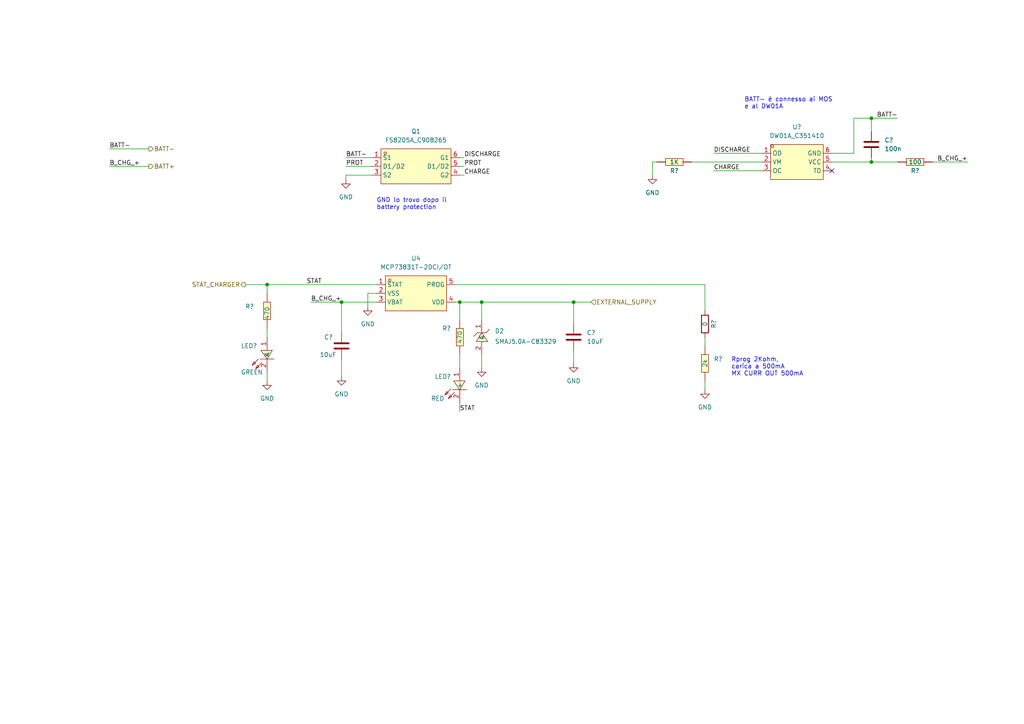
<source format=kicad_sch>
(kicad_sch (version 20250114) (generator "eeschema") (generator_version "9.0")
  (paper "A4")
  (lib_symbols
    (symbol "Device:C" (pin_numbers (hide yes)) (pin_names (offset 0.254))
      (property "Reference" "C" (at 0.635 2.54 0))
      (property "Value" "C" (at 0.635 -2.54 0))
      (symbol "C_0_1"
        (polyline (pts (xy -2.032 0.762) (xy 2.032 0.762)) (stroke (width 0.508)))
        (polyline (pts (xy -2.032 -0.762) (xy 2.032 -0.762)) (stroke (width 0.508)))
      )
      (symbol "C_1_1"
        (pin passive line (at 0 3.81 270) (length 2.794) (name "~") (number "1"))
        (pin passive line (at 0 -3.81 90) (length 2.794) (name "~") (number "2"))
      )
    )
    (symbol "Device:R" (pin_numbers (hide yes)) (pin_names (offset 0))
      (property "Reference" "R" (at 2.032 0 90))
      (property "Value" "R" (at 0 0 90))
      (symbol "R_0_1"
        (rectangle (start -1.016 -2.54) (end 1.016 2.54) (stroke (width 0.254)))
      )
      (symbol "R_1_1"
        (pin passive line (at 0 3.81 270) (length 1.27) (name "~") (number "1"))
        (pin passive line (at 0 -3.81 90) (length 1.27) (name "~") (number "2"))
      )
    )
    (symbol "PCM_4ms_Power-symbol:GND" (power) (pin_names (offset 0))
      (property "Value" "GND" (at 0 -3.81 0))
      (symbol "GND_0_1"
        (polyline (pts (xy 0 0) (xy 0 -1.27) (xy 1.27 -1.27) (xy 0 -2.54) (xy -1.27 -1.27) (xy 0 -1.27)))
      )
      (symbol "GND_1_1"
        (pin power_in line (at 0 0 270) (length 0) (hide yes) (name "GND") (number "1"))
      )
    )
    (symbol "easyeda2kicad:FS8205A_C908265"
      (property "Reference" "Q" (at 0 7.62 0))
      (property "Value" "FS8205A_C908265" (at 0 -7.62 0))
      (symbol "FS8205A_C908265_0_1"
        (rectangle (start -10.16 5.08) (end 10.16 -5.08) (fill (type background)))
        (circle (center -8.89 3.81) (radius 0.38))
        (pin unspecified line (at -12.7 2.54 0) (length 2.54) (name "S1") (number "1"))
        (pin unspecified line (at -12.7 0 0) (length 2.54) (name "D1/D2") (number "2"))
        (pin unspecified line (at -12.7 -2.54 0) (length 2.54) (name "S2") (number "3"))
        (pin unspecified line (at 12.7 2.54 180) (length 2.54) (name "G1") (number "6"))
        (pin unspecified line (at 12.7 0 180) (length 2.54) (name "D1/D2") (number "5"))
        (pin unspecified line (at 12.7 -2.54 180) (length 2.54) (name "G2") (number "4"))
      )
    )
    (symbol "easyeda2kicad:MCP73831T-2DCI_OT"
      (property "Reference" "U" (at 0 7.62 0))
      (property "Value" "MCP73831T-2DCI/OT" (at 0 -7.62 0))
      (symbol "MCP73831T-2DCI_OT_0_1"
        (rectangle (start -8.89 5.08) (end 8.89 -5.08) (fill (type background)))
        (circle (center -7.62 3.81) (radius 0.38))
        (pin unspecified line (at -11.43 2.54 0) (length 2.54) (name "STAT") (number "1"))
        (pin unspecified line (at -11.43 0 0) (length 2.54) (name "VSS") (number "2"))
        (pin unspecified line (at -11.43 -2.54 0) (length 2.54) (name "VBAT") (number "3"))
        (pin unspecified line (at 11.43 2.54 180) (length 2.54) (name "PROG") (number "5"))
        (pin unspecified line (at 11.43 -2.54 180) (length 2.54) (name "VDD") (number "4"))
      )
    )
    (symbol "easyeda2kicad:SMAJ5.0A-C83329"
      (property "Reference" "D" (at 0 5.08 0))
      (property "Value" "SMAJ5.0A-C83329" (at 0 -5.08 0))
      (symbol "SMAJ5.0A-C83329_0_1"
        (polyline (pts (xy -3.56 2.29) (xy -2.54 1.27) (xy -2.54 -1.27) (xy -1.52 -2.29)))
        (polyline (pts (xy 0 -1.52) (xy -2.54 0) (xy 0 1.78) (xy 0 -1.52)) (fill (type background)))
        (pin unspecified line (at -6.35 0 0) (length 3.81) (name "C") (number "1"))
        (pin unspecified line (at 3.81 0 180) (length 3.81) (name "A") (number "2"))
      )
    )
    (symbol "jlcpcb_parts:0603WAF0000T5E" (pin_numbers (hide yes)) (pin_names (hide yes))
      (property "Reference" "R" (at 0 5.08 0))
      (property "Value" "0603WAF0000T5E" (at 0 -5.08 0))
      (symbol "0603WAF0000T5E_0_1"
        (rectangle (start -2.54 1.02) (end 2.54 -1.02) (fill (type background)))
        (pin input line (at -5.08 0 0) (length 2.54) (name "1") (number "1"))
        (pin input line (at 5.08 0 180) (length 2.54) (name "2") (number "2"))
      )
    )
    (symbol "jlcpcb_parts:0805G(Green)"
      (property "Reference" "LED" (at 0 5.08 0))
      (property "Value" "0805G (Green)" (at 0 -5.08 0))
      (symbol "0805G(Green)_0_1"
        (polyline (pts (xy -4.06 3.3) (xy -3.05 2.79) (xy -3.56 2.29) (xy -4.06 3.3)) (fill (type background)))
        (polyline (pts (xy -3.05 4.32) (xy -2.03 3.81) (xy -2.54 3.3) (xy -3.05 4.32)) (fill (type background)))
        (polyline (pts (xy -2.29 1.52) (xy -4.06 3.3)))
        (polyline (pts (xy -1.27 2.54) (xy -3.05 4.32)))
        (polyline (pts (xy -1.27 2.03) (xy -1.27 -2.03)))
        (polyline (pts (xy 1.27 -1.52) (xy -1.27 0) (xy 1.27 1.78) (xy 1.27 -1.52)) (fill (type background)))
        (pin unspecified line (at -5.08 0 0) (length 3.81) (name "K") (number "2"))
        (pin unspecified line (at 5.08 0 180) (length 3.81) (name "A") (number "1"))
      )
    )
    (symbol "jlcpcb_parts:DW01A_C351410"
      (property "Reference" "U" (at 0 7.62 0))
      (property "Value" "DW01A_C351410" (at 0 -7.62 0))
      (symbol "DW01A_C351410_0_1"
        (rectangle (start -7.62 5.08) (end 7.62 -5.08) (fill (type background)))
        (circle (center -7.11 4.57) (radius 0.38))
        (pin unspecified line (at -10.16 2.54 0) (length 2.54) (name "OD") (number "1"))
        (pin unspecified line (at -10.16 0 0) (length 2.54) (name "VM") (number "2"))
        (pin unspecified line (at -10.16 -2.54 0) (length 2.54) (name "OC") (number "3"))
        (pin unspecified line (at 10.16 2.54 180) (length 2.54) (name "GND") (number "6"))
        (pin unspecified line (at 10.16 0 180) (length 2.54) (name "VCC") (number "5"))
        (pin unspecified line (at 10.16 -2.54 180) (length 2.54) (name "TD") (number "4"))
      )
    )
    (symbol "jlcpcb_parts:FC-2012HRK-620D"
      (property "Reference" "LED8" (at 2.54 2.54 90))
      (property "Value" "RED" (at -3.81 4.445 90))
      (symbol "FC-2012HRK-620D_0_1"
        (polyline (pts (xy -3.81 3.3) (xy -2.79 2.79) (xy -3.3 2.29) (xy -3.81 3.3)) (fill (type background)))
        (polyline (pts (xy -2.79 4.32) (xy -1.78 3.81) (xy -2.29 3.3) (xy -2.79 4.32)) (fill (type background)))
        (polyline (pts (xy -2.03 1.52) (xy -3.81 3.3)))
        (polyline (pts (xy -1.27 2.03) (xy -1.27 -2.03)))
        (polyline (pts (xy -1.02 2.54) (xy -2.79 4.32)))
        (polyline (pts (xy 1.27 -1.52) (xy -1.27 0) (xy 1.27 1.78) (xy 1.27 -1.52)) (fill (type background)))
      )
      (symbol "FC-2012HRK-620D_1_1"
        (pin unspecified line (at -5.08 0 0) (length 3.81) (name "-") (number "2"))
        (pin unspecified line (at 5.08 0 180) (length 3.81) (name "+") (number "1"))
      )
    )
  )
  (text "Rprog 2Kohm, \ncarica a 500mA\nMX CURR OUT 500mA\n" (at 212.09 109.22 0) (effects (font (size 1.27 1.27)) (justify left bottom)))
  (text "GND lo trovo dopo il \nbattery protection" (at 109.22 60.96 0) (effects (font (size 1.27 1.27)) (justify left bottom)))
  (text "BATT- è connesso ai MOS\ne al DW01A\n" (at 215.9 31.75 0) (effects (font (size 1.27 1.27)) (justify left bottom)))
  (junction (at 252.73 34.29))
  (junction (at 166.37 87.63))
  (junction (at 77.47 82.55))
  (junction (at 133.35 87.63))
  (junction (at 139.7 87.63))
  (junction (at 99.06 87.63))
  (junction (at 252.73 46.99))
  (no_connect (at 241.3 49.53))
  (wire (pts (xy 132.08 82.55) (xy 204.47 82.55)))
  (wire (pts (xy 77.47 95.25) (xy 77.47 97.79)))
  (wire (pts (xy 109.22 85.09) (xy 106.68 85.09)))
  (wire (pts (xy 252.73 34.29) (xy 252.73 38.1)))
  (wire (pts (xy 139.7 102.87) (xy 139.7 106.68)))
  (wire (pts (xy 133.35 102.87) (xy 133.35 106.68)))
  (wire (pts (xy 189.23 46.99) (xy 189.23 50.8)))
  (wire (pts (xy 200.66 46.99) (xy 220.98 46.99)))
  (wire (pts (xy 247.65 44.45) (xy 247.65 34.29)))
  (wire (pts (xy 189.23 46.99) (xy 190.5 46.99)))
  (wire (pts (xy 99.06 87.63) (xy 99.06 96.52)))
  (wire (pts (xy 204.47 82.55) (xy 204.47 90.17)))
  (wire (pts (xy 99.06 87.63) (xy 109.22 87.63)))
  (wire (pts (xy 241.3 44.45) (xy 247.65 44.45)))
  (wire (pts (xy 100.33 45.72) (xy 107.95 45.72)))
  (wire (pts (xy 100.33 50.8) (xy 100.33 52.07)))
  (wire (pts (xy 77.47 82.55) (xy 77.47 85.09)))
  (wire (pts (xy 252.73 45.72) (xy 252.73 46.99)))
  (wire (pts (xy 77.47 82.55) (xy 109.22 82.55)))
  (wire (pts (xy 106.68 85.09) (xy 106.68 88.9)))
  (wire (pts (xy 99.06 104.14) (xy 99.06 109.22)))
  (wire (pts (xy 90.17 87.63) (xy 99.06 87.63)))
  (wire (pts (xy 252.73 34.29) (xy 260.35 34.29)))
  (wire (pts (xy 133.35 116.84) (xy 133.35 119.38)))
  (wire (pts (xy 133.35 48.26) (xy 134.62 48.26)))
  (wire (pts (xy 107.95 50.8) (xy 100.33 50.8)))
  (wire (pts (xy 166.37 93.98) (xy 166.37 87.63)))
  (wire (pts (xy 31.75 48.26) (xy 43.18 48.26)))
  (wire (pts (xy 31.75 43.18) (xy 43.18 43.18)))
  (wire (pts (xy 133.35 92.71) (xy 133.35 87.63)))
  (wire (pts (xy 207.01 44.45) (xy 220.98 44.45)))
  (wire (pts (xy 204.47 97.79) (xy 204.47 100.33)))
  (wire (pts (xy 133.35 45.72) (xy 134.62 45.72)))
  (wire (pts (xy 204.47 110.49) (xy 204.47 113.03)))
  (wire (pts (xy 133.35 87.63) (xy 139.7 87.63)))
  (wire (pts (xy 133.35 50.8) (xy 134.62 50.8)))
  (wire (pts (xy 166.37 87.63) (xy 171.45 87.63)))
  (wire (pts (xy 241.3 46.99) (xy 252.73 46.99)))
  (wire (pts (xy 207.01 49.53) (xy 220.98 49.53)))
  (wire (pts (xy 71.12 82.55) (xy 77.47 82.55)))
  (wire (pts (xy 139.7 92.71) (xy 139.7 87.63)))
  (wire (pts (xy 132.08 87.63) (xy 133.35 87.63)))
  (wire (pts (xy 77.47 107.95) (xy 77.47 110.49)))
  (wire (pts (xy 166.37 101.6) (xy 166.37 105.41)))
  (wire (pts (xy 280.67 46.99) (xy 270.51 46.99)))
  (wire (pts (xy 100.33 48.26) (xy 107.95 48.26)))
  (wire (pts (xy 139.7 87.63) (xy 166.37 87.63)))
  (wire (pts (xy 247.65 34.29) (xy 252.73 34.29)))
  (wire (pts (xy 252.73 46.99) (xy 260.35 46.99)))
  (label "STAT" (at 88.9 82.55 0))
  (label "B_CHG_+" (at 280.67 46.99 180))
  (label "BATT-" (at 31.75 43.18 0))
  (label "PROT" (at 134.62 48.26 0))
  (label "CHARGE" (at 207.01 49.53 0))
  (label "STAT" (at 133.35 119.38 0))
  (label "B_CHG_+" (at 90.17 87.63 0))
  (label "CHARGE" (at 134.62 50.8 0))
  (label "BATT-" (at 100.33 45.72 0))
  (label "PROT" (at 100.33 48.26 0))
  (label "BATT-" (at 260.35 34.29 180))
  (label "B_CHG_+" (at 31.75 48.26 0))
  (label "DISCHARGE" (at 207.01 44.45 0))
  (label "DISCHARGE" (at 134.62 45.72 0))
  (hierarchical_label "BATT+" (shape output) (at 43.18 48.26 0))
  (hierarchical_label "EXTERNAL_SUPPLY" (shape input) (at 171.45 87.63 0))
  (hierarchical_label "STAT_CHARGER" (shape output) (at 71.12 82.55 180))
  (hierarchical_label "BATT-" (shape output) (at 43.18 43.18 0))
  (symbol (lib_id "Device:C") (at 252.73 41.91 0) (unit 1)
    (property "Reference" "C22" (at 256.54 40.64 0) (effects (justify left)))
    (property "Value" "100n" (at 256.54 43.18 0) (effects (justify left)))
    (property "Footprint" "easyeda2kicad:C0603" (effects (hide yes)))
    (property "LSCS part" "C14663" (effects (hide yes)))
    (instances (project "aives_touch_sense_v1" (path "" (reference "C?") (unit 1))) (project "SeatracAir" (path "" (reference "C?") (unit 1)) (path "" (reference "C?") (unit 1))) (project "Spruzzatore" (path "" (reference "C22") (unit 1))))
  )
  (symbol (lib_id "jlcpcb_parts:FC-2012HRK-620D") (at 133.35 111.76 90) (unit 1)
    (property "Reference" "LED4" (at 130.81 109.22 90) (effects (justify left)))
    (property "Value" "RED" (at 128.905 115.57 90) (effects (justify left)))
    (property "Footprint" "easyeda2kicad:LED0805-R-RD" (effects (hide yes)))
    (property "Datasheet" "https://lcsc.com/product-detail/Light-Emitting-Diodes-LED_Red-LED-SMDLED-80-180mcd_C84256.html" (effects (hide yes)))
    (property "LCSC Part" "C84256" (effects (hide yes)))
    (instances (project "aives_touch_sense_v1" (path "" (reference "LED?") (unit 1)) (path "" (reference "LED?") (unit 1)) (path "" (reference "LED?") (unit 1))) (project "Spruzzatore" (path "" (reference "LED4") (unit 1))) (project "codingict-isparkboard" (path "" (reference "LED?") (unit 1))))
  )
  (symbol (lib_id "jlcpcb_parts:DW01A_C351410") (at 231.14 46.99 0) (unit 1)
    (property "Reference" "U5" (at 231.14 36.83 0))
    (property "Value" "DW01A_C351410" (at 231.14 39.37 0))
    (property "Footprint" "easyeda2kicad:SOT-23-6_L2.9-W1.6-P0.95-LS2.8-BL" (effects (hide yes)))
    (property "Datasheet" "https://lcsc.com/product-detail/Others_PUOLOP-DW01_C351410.html" (effects (hide yes)))
    (property "LCSC Part" "C351410" (effects (hide yes)))
    (instances (project "aives_touch_sense_v1" (path "" (reference "U?") (unit 1))) (project "Spruzzatore" (path "" (reference "U5") (unit 1))))
  )
  (symbol (lib_id "PCM_4ms_Power-symbol:GND") (at 99.06 109.22 0) (unit 1)
    (property "Reference" "#PWR07" (effects (hide yes)))
    (property "Value" "GND" (at 99.06 114.3 0))
    (instances (project "aives_touch_sense_v1" (path "" (reference "#PWR?") (unit 1))) (project "Spruzzatore" (path "" (reference "#PWR07") (unit 1))))
  )
  (symbol (lib_id "PCM_4ms_Power-symbol:GND") (at 106.68 88.9 0) (unit 1)
    (property "Reference" "#PWR08" (effects (hide yes)))
    (property "Value" "GND" (at 106.68 93.98 0))
    (instances (project "aives_touch_sense_v1" (path "" (reference "#PWR?") (unit 1))) (project "Spruzzatore" (path "" (reference "#PWR08") (unit 1))))
  )
  (symbol (lib_id "PCM_4ms_Power-symbol:GND") (at 139.7 106.68 0) (unit 1)
    (property "Reference" "#PWR09" (effects (hide yes)))
    (property "Value" "GND" (at 139.7 111.76 0))
  )
  (symbol (lib_id "Device:C") (at 99.06 100.33 0) (unit 1)
    (property "Reference" "C20" (at 93.98 97.79 0) (effects (justify left)))
    (property "Value" "10uF" (at 92.71 102.87 0) (effects (justify left)))
    (property "Footprint" "easyeda2kicad:C0603" (effects (hide yes)))
    (property "Description" "min 4.7 uF, ceramic, tantalum or aluminum electrolytic capacitor" (effects (hide yes)))
    (instances (project "aives_touch_sense_v1" (path "" (reference "C?") (unit 1))) (project "SeatracAir" (path "" (reference "C?") (unit 1))) (project "Spruzzatore" (path "" (reference "C20") (unit 1))))
  )
  (symbol (lib_id "jlcpcb_parts:0603WAF0000T5E") (at 204.47 105.41 270) (unit 1)
    (property "Reference" "R27" (at 207.01 104.14 90) (effects (justify left)))
    (property "Value" "2k" (at 204.47 104.14 0) (effects (justify left)))
    (property "Footprint" "easyeda2kicad:R0603" (effects (hide yes)))
    (instances (project "aives_touch_sense_v1" (path "" (reference "R?") (unit 1)) (path "" (reference "R?") (unit 1)) (path "" (reference "R?") (unit 1)) (path "" (reference "Rprog?") (unit 1)) (path "" (reference "R?") (unit 1))) (project "Spruzzatore" (path "" (reference "R27") (unit 1))))
  )
  (symbol (lib_id "easyeda2kicad:FS8205A_C908265") (at 120.65 48.26 0) (unit 1)
    (property "Reference" "Q1" (at 120.65 38.1 0))
    (property "Value" "FS8205A_C908265" (at 120.65 40.64 0))
    (property "Footprint" "easyeda2kicad:SOT-23-6_L2.9-W1.6-P0.95-LS2.8-BR" (effects (hide yes)))
    (property "Datasheet" "https://lcsc.com/product-detail/MOSFET_FUXINSEMI-FS8205A_C908265.html" (effects (hide yes)))
    (property "LCSC Part" "C908265" (effects (hide yes)))
  )
  (symbol (lib_id "PCM_4ms_Power-symbol:GND") (at 166.37 105.41 0) (unit 1)
    (property "Reference" "#PWR011" (effects (hide yes)))
    (property "Value" "GND" (at 166.37 110.49 0))
    (instances (project "aives_touch_sense_v1" (path "" (reference "#PWR?") (unit 1))) (project "Spruzzatore" (path "" (reference "#PWR011") (unit 1))))
  )
  (symbol (lib_id "PCM_4ms_Power-symbol:GND") (at 204.47 113.03 0) (unit 1)
    (property "Reference" "#PWR013" (effects (hide yes)))
    (property "Value" "GND" (at 204.47 118.11 0))
    (instances (project "aives_touch_sense_v1" (path "" (reference "#PWR?") (unit 1))) (project "Spruzzatore" (path "" (reference "#PWR013") (unit 1))))
  )
  (symbol (lib_id "Device:R") (at 204.47 93.98 0) (unit 1)
    (property "Reference" "R26" (at 207.01 93.98 90))
    (property "Value" "0" (at 204.47 93.98 90))
    (property "Footprint" "easyeda2kicad:R0603" (effects (hide yes)))
    (property "LCSC Part" "C21189" (effects (hide yes)))
    (instances (project "aives_touch_sense_v1" (path "" (reference "R?") (unit 1)) (path "" (reference "R?") (unit 1))) (project "SeatracAir" (path "" (reference "R?") (unit 1))) (project "Spruzzatore" (path "" (reference "R26") (unit 1))) (project "codingict-isparkboard" (path "" (reference "R?") (unit 1)) (path "" (reference "R?") (unit 1))))
  )
  (symbol (lib_id "Device:C") (at 166.37 97.79 0) (unit 1)
    (property "Reference" "C21" (at 170.18 96.52 0) (effects (justify left)))
    (property "Value" "10uF" (at 170.18 99.06 0) (effects (justify left)))
    (property "Footprint" "easyeda2kicad:C0603" (effects (hide yes)))
    (property "Description" "min 4.7 uF, ceramic, tantalum or aluminum electrolytic capacitor" (effects (hide yes)))
    (instances (project "aives_touch_sense_v1" (path "" (reference "C?") (unit 1))) (project "SeatracAir" (path "" (reference "C?") (unit 1))) (project "Spruzzatore" (path "" (reference "C21") (unit 1))))
  )
  (symbol (lib_id "PCM_4ms_Power-symbol:GND") (at 100.33 52.07 0) (unit 1)
    (property "Reference" "#PWR021" (effects (hide yes)))
    (property "Value" "GND" (at 100.33 57.15 0))
  )
  (symbol (lib_id "easyeda2kicad:SMAJ5.0A-C83329") (at 139.7 99.06 270) (unit 1)
    (property "Reference" "D2" (at 143.51 96.0099 90) (effects (justify left)))
    (property "Value" "SMAJ5.0A-C83329" (at 143.51 99.06 90) (effects (justify left)))
    (property "Footprint" "easyeda2kicad:SMA_L4.3-W2.6-LS5.2-RD" (effects (hide yes)))
    (property "Datasheet" "https://lcsc.com/product-detail/TVS_Littelfuse_SMAJ5-0A_SMAJ5-0A_C83329.html" (effects (hide yes)))
    (property "LCSC Part" "C83329" (effects (hide yes)))
  )
  (symbol (lib_id "jlcpcb_parts:0603WAF0000T5E") (at 133.35 97.79 270) (mirror x) (unit 1)
    (property "Reference" "R24" (at 129.54 95.25 90))
    (property "Value" "470" (at 133.35 97.79 0))
    (property "Footprint" "easyeda2kicad:R0603" (effects (hide yes)))
    (instances (project "aives_touch_sense_v1" (path "" (reference "R?") (unit 1)) (path "" (reference "R?") (unit 1)) (path "" (reference "R?") (unit 1)) (path "" (reference "R?") (unit 1)) (path "" (reference "R?") (unit 1))) (project "Spruzzatore" (path "" (reference "R24") (unit 1))))
  )
  (symbol (lib_id "PCM_4ms_Power-symbol:GND") (at 77.47 110.49 0) (unit 1)
    (property "Reference" "#PWR06" (effects (hide yes)))
    (property "Value" "GND" (at 77.47 115.57 0))
    (instances (project "aives_touch_sense_v1" (path "" (reference "#PWR?") (unit 1))) (project "Spruzzatore" (path "" (reference "#PWR06") (unit 1))))
  )
  (symbol (lib_id "easyeda2kicad:MCP73831T-2DCI_OT") (at 120.65 85.09 0) (unit 1)
    (property "Reference" "U4" (at 120.65 74.93 0))
    (property "Value" "MCP73831T-2DCI/OT" (at 120.65 77.47 0))
    (property "Footprint" "easyeda2kicad:SOT-23-5_L2.9-W1.6-P0.95-LS2.8-BL" (effects (hide yes)))
    (property "LCSC Part" "C625597" (effects (hide yes)))
  )
  (symbol (lib_id "jlcpcb_parts:0603WAF0000T5E") (at 77.47 90.17 90) (unit 1)
    (property "Reference" "R23" (at 71.12 88.9 90) (effects (justify right)))
    (property "Value" "470" (at 77.47 88.9 0) (effects (justify right)))
    (property "Footprint" "easyeda2kicad:R0603" (effects (hide yes)))
    (instances (project "aives_touch_sense_v1" (path "" (reference "R?") (unit 1)) (path "" (reference "R?") (unit 1)) (path "" (reference "R?") (unit 1)) (path "" (reference "R?") (unit 1)) (path "" (reference "R?") (unit 1))) (project "Spruzzatore" (path "" (reference "R23") (unit 1))))
  )
  (symbol (lib_id "jlcpcb_parts:0603WAF0000T5E") (at 265.43 46.99 180) (unit 1)
    (property "Reference" "R28" (at 265.43 49.53 0))
    (property "Value" "100" (at 265.43 46.99 0))
    (property "Footprint" "easyeda2kicad:R0603" (effects (hide yes)))
    (instances (project "aives_touch_sense_v1" (path "" (reference "R?") (unit 1)) (path "" (reference "R?") (unit 1)) (path "" (reference "R?") (unit 1)) (path "" (reference "R?") (unit 1)) (path "" (reference "R?") (unit 1))) (project "Spruzzatore" (path "" (reference "R28") (unit 1))))
  )
  (symbol (lib_id "jlcpcb_parts:0603WAF0000T5E") (at 195.58 46.99 180) (unit 1)
    (property "Reference" "R25" (at 195.58 49.53 0))
    (property "Value" "1K" (at 195.58 46.99 0))
    (property "Footprint" "easyeda2kicad:R0603" (effects (hide yes)))
    (instances (project "aives_touch_sense_v1" (path "" (reference "R?") (unit 1)) (path "" (reference "R?") (unit 1)) (path "" (reference "R?") (unit 1)) (path "" (reference "R?") (unit 1)) (path "" (reference "R?") (unit 1))) (project "Spruzzatore" (path "" (reference "R25") (unit 1))))
  )
  (symbol (lib_id "PCM_4ms_Power-symbol:GND") (at 189.23 50.8 0) (unit 1)
    (property "Reference" "#PWR012" (effects (hide yes)))
    (property "Value" "GND" (at 189.23 55.88 0))
    (instances (project "aives_touch_sense_v1" (path "" (reference "#PWR?") (unit 1))) (project "Spruzzatore" (path "" (reference "#PWR012") (unit 1))))
  )
  (symbol (lib_id "jlcpcb_parts:0805G(Green)") (at 77.47 102.87 90) (unit 1)
    (property "Reference" "LED3" (at 69.85 100.33 90) (effects (justify right)))
    (property "Value" "GREEN" (at 69.85 107.95 90) (effects (justify right)))
    (property "Footprint" "easyeda2kicad:LED0805-R-RD" (effects (hide yes)))
    (property "Datasheet" "https://lcsc.com/product-detail/Light-Emitting-Diodes-LED_Green-0805-Highlighted_C2297.html" (effects (hide yes)))
    (property "LCSC Part" "C2297" (effects (hide yes)))
    (instances (project "aives_touch_sense_v1" (path "" (reference "LED?") (unit 1)) (path "" (reference "LED?") (unit 1)) (path "" (reference "LED?") (unit 1))) (project "Spruzzatore" (path "" (reference "LED3") (unit 1))) (project "codingict-isparkboard" (path "" (reference "LED?") (unit 1)) (path "" (reference "LED?") (unit 1))))
  )
)
</source>
